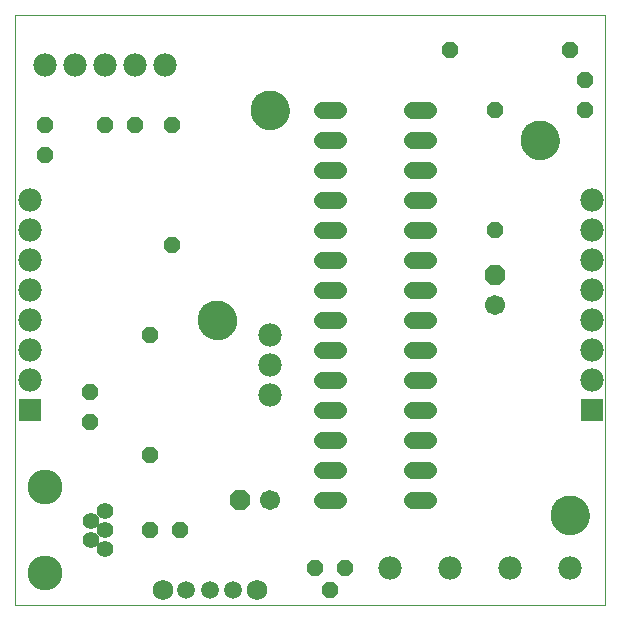
<source format=gts>
G75*
%MOIN*%
%OFA0B0*%
%FSLAX25Y25*%
%IPPOS*%
%LPD*%
%AMOC8*
5,1,8,0,0,1.08239X$1,22.5*
%
%ADD10C,0.00000*%
%ADD11C,0.12998*%
%ADD12C,0.06700*%
%ADD13OC8,0.06700*%
%ADD14OC8,0.05600*%
%ADD15C,0.07800*%
%ADD16R,0.07800X0.07800*%
%ADD17C,0.05550*%
%ADD18C,0.11620*%
%ADD19C,0.05600*%
%ADD20C,0.05943*%
%ADD21C,0.06896*%
D10*
X0006014Y0002200D02*
X0202864Y0002200D01*
X0202864Y0199050D01*
X0006014Y0199050D01*
X0006014Y0002200D01*
X0067215Y0097200D02*
X0067217Y0097358D01*
X0067223Y0097516D01*
X0067233Y0097674D01*
X0067247Y0097832D01*
X0067265Y0097989D01*
X0067286Y0098146D01*
X0067312Y0098302D01*
X0067342Y0098458D01*
X0067375Y0098613D01*
X0067413Y0098766D01*
X0067454Y0098919D01*
X0067499Y0099071D01*
X0067548Y0099222D01*
X0067601Y0099371D01*
X0067657Y0099519D01*
X0067717Y0099665D01*
X0067781Y0099810D01*
X0067849Y0099953D01*
X0067920Y0100095D01*
X0067994Y0100235D01*
X0068072Y0100372D01*
X0068154Y0100508D01*
X0068238Y0100642D01*
X0068327Y0100773D01*
X0068418Y0100902D01*
X0068513Y0101029D01*
X0068610Y0101154D01*
X0068711Y0101276D01*
X0068815Y0101395D01*
X0068922Y0101512D01*
X0069032Y0101626D01*
X0069145Y0101737D01*
X0069260Y0101846D01*
X0069378Y0101951D01*
X0069499Y0102053D01*
X0069622Y0102153D01*
X0069748Y0102249D01*
X0069876Y0102342D01*
X0070006Y0102432D01*
X0070139Y0102518D01*
X0070274Y0102602D01*
X0070410Y0102681D01*
X0070549Y0102758D01*
X0070690Y0102830D01*
X0070832Y0102900D01*
X0070976Y0102965D01*
X0071122Y0103027D01*
X0071269Y0103085D01*
X0071418Y0103140D01*
X0071568Y0103191D01*
X0071719Y0103238D01*
X0071871Y0103281D01*
X0072024Y0103320D01*
X0072179Y0103356D01*
X0072334Y0103387D01*
X0072490Y0103415D01*
X0072646Y0103439D01*
X0072803Y0103459D01*
X0072961Y0103475D01*
X0073118Y0103487D01*
X0073277Y0103495D01*
X0073435Y0103499D01*
X0073593Y0103499D01*
X0073751Y0103495D01*
X0073910Y0103487D01*
X0074067Y0103475D01*
X0074225Y0103459D01*
X0074382Y0103439D01*
X0074538Y0103415D01*
X0074694Y0103387D01*
X0074849Y0103356D01*
X0075004Y0103320D01*
X0075157Y0103281D01*
X0075309Y0103238D01*
X0075460Y0103191D01*
X0075610Y0103140D01*
X0075759Y0103085D01*
X0075906Y0103027D01*
X0076052Y0102965D01*
X0076196Y0102900D01*
X0076338Y0102830D01*
X0076479Y0102758D01*
X0076618Y0102681D01*
X0076754Y0102602D01*
X0076889Y0102518D01*
X0077022Y0102432D01*
X0077152Y0102342D01*
X0077280Y0102249D01*
X0077406Y0102153D01*
X0077529Y0102053D01*
X0077650Y0101951D01*
X0077768Y0101846D01*
X0077883Y0101737D01*
X0077996Y0101626D01*
X0078106Y0101512D01*
X0078213Y0101395D01*
X0078317Y0101276D01*
X0078418Y0101154D01*
X0078515Y0101029D01*
X0078610Y0100902D01*
X0078701Y0100773D01*
X0078790Y0100642D01*
X0078874Y0100508D01*
X0078956Y0100372D01*
X0079034Y0100235D01*
X0079108Y0100095D01*
X0079179Y0099953D01*
X0079247Y0099810D01*
X0079311Y0099665D01*
X0079371Y0099519D01*
X0079427Y0099371D01*
X0079480Y0099222D01*
X0079529Y0099071D01*
X0079574Y0098919D01*
X0079615Y0098766D01*
X0079653Y0098613D01*
X0079686Y0098458D01*
X0079716Y0098302D01*
X0079742Y0098146D01*
X0079763Y0097989D01*
X0079781Y0097832D01*
X0079795Y0097674D01*
X0079805Y0097516D01*
X0079811Y0097358D01*
X0079813Y0097200D01*
X0079811Y0097042D01*
X0079805Y0096884D01*
X0079795Y0096726D01*
X0079781Y0096568D01*
X0079763Y0096411D01*
X0079742Y0096254D01*
X0079716Y0096098D01*
X0079686Y0095942D01*
X0079653Y0095787D01*
X0079615Y0095634D01*
X0079574Y0095481D01*
X0079529Y0095329D01*
X0079480Y0095178D01*
X0079427Y0095029D01*
X0079371Y0094881D01*
X0079311Y0094735D01*
X0079247Y0094590D01*
X0079179Y0094447D01*
X0079108Y0094305D01*
X0079034Y0094165D01*
X0078956Y0094028D01*
X0078874Y0093892D01*
X0078790Y0093758D01*
X0078701Y0093627D01*
X0078610Y0093498D01*
X0078515Y0093371D01*
X0078418Y0093246D01*
X0078317Y0093124D01*
X0078213Y0093005D01*
X0078106Y0092888D01*
X0077996Y0092774D01*
X0077883Y0092663D01*
X0077768Y0092554D01*
X0077650Y0092449D01*
X0077529Y0092347D01*
X0077406Y0092247D01*
X0077280Y0092151D01*
X0077152Y0092058D01*
X0077022Y0091968D01*
X0076889Y0091882D01*
X0076754Y0091798D01*
X0076618Y0091719D01*
X0076479Y0091642D01*
X0076338Y0091570D01*
X0076196Y0091500D01*
X0076052Y0091435D01*
X0075906Y0091373D01*
X0075759Y0091315D01*
X0075610Y0091260D01*
X0075460Y0091209D01*
X0075309Y0091162D01*
X0075157Y0091119D01*
X0075004Y0091080D01*
X0074849Y0091044D01*
X0074694Y0091013D01*
X0074538Y0090985D01*
X0074382Y0090961D01*
X0074225Y0090941D01*
X0074067Y0090925D01*
X0073910Y0090913D01*
X0073751Y0090905D01*
X0073593Y0090901D01*
X0073435Y0090901D01*
X0073277Y0090905D01*
X0073118Y0090913D01*
X0072961Y0090925D01*
X0072803Y0090941D01*
X0072646Y0090961D01*
X0072490Y0090985D01*
X0072334Y0091013D01*
X0072179Y0091044D01*
X0072024Y0091080D01*
X0071871Y0091119D01*
X0071719Y0091162D01*
X0071568Y0091209D01*
X0071418Y0091260D01*
X0071269Y0091315D01*
X0071122Y0091373D01*
X0070976Y0091435D01*
X0070832Y0091500D01*
X0070690Y0091570D01*
X0070549Y0091642D01*
X0070410Y0091719D01*
X0070274Y0091798D01*
X0070139Y0091882D01*
X0070006Y0091968D01*
X0069876Y0092058D01*
X0069748Y0092151D01*
X0069622Y0092247D01*
X0069499Y0092347D01*
X0069378Y0092449D01*
X0069260Y0092554D01*
X0069145Y0092663D01*
X0069032Y0092774D01*
X0068922Y0092888D01*
X0068815Y0093005D01*
X0068711Y0093124D01*
X0068610Y0093246D01*
X0068513Y0093371D01*
X0068418Y0093498D01*
X0068327Y0093627D01*
X0068238Y0093758D01*
X0068154Y0093892D01*
X0068072Y0094028D01*
X0067994Y0094165D01*
X0067920Y0094305D01*
X0067849Y0094447D01*
X0067781Y0094590D01*
X0067717Y0094735D01*
X0067657Y0094881D01*
X0067601Y0095029D01*
X0067548Y0095178D01*
X0067499Y0095329D01*
X0067454Y0095481D01*
X0067413Y0095634D01*
X0067375Y0095787D01*
X0067342Y0095942D01*
X0067312Y0096098D01*
X0067286Y0096254D01*
X0067265Y0096411D01*
X0067247Y0096568D01*
X0067233Y0096726D01*
X0067223Y0096884D01*
X0067217Y0097042D01*
X0067215Y0097200D01*
X0084715Y0167200D02*
X0084717Y0167358D01*
X0084723Y0167516D01*
X0084733Y0167674D01*
X0084747Y0167832D01*
X0084765Y0167989D01*
X0084786Y0168146D01*
X0084812Y0168302D01*
X0084842Y0168458D01*
X0084875Y0168613D01*
X0084913Y0168766D01*
X0084954Y0168919D01*
X0084999Y0169071D01*
X0085048Y0169222D01*
X0085101Y0169371D01*
X0085157Y0169519D01*
X0085217Y0169665D01*
X0085281Y0169810D01*
X0085349Y0169953D01*
X0085420Y0170095D01*
X0085494Y0170235D01*
X0085572Y0170372D01*
X0085654Y0170508D01*
X0085738Y0170642D01*
X0085827Y0170773D01*
X0085918Y0170902D01*
X0086013Y0171029D01*
X0086110Y0171154D01*
X0086211Y0171276D01*
X0086315Y0171395D01*
X0086422Y0171512D01*
X0086532Y0171626D01*
X0086645Y0171737D01*
X0086760Y0171846D01*
X0086878Y0171951D01*
X0086999Y0172053D01*
X0087122Y0172153D01*
X0087248Y0172249D01*
X0087376Y0172342D01*
X0087506Y0172432D01*
X0087639Y0172518D01*
X0087774Y0172602D01*
X0087910Y0172681D01*
X0088049Y0172758D01*
X0088190Y0172830D01*
X0088332Y0172900D01*
X0088476Y0172965D01*
X0088622Y0173027D01*
X0088769Y0173085D01*
X0088918Y0173140D01*
X0089068Y0173191D01*
X0089219Y0173238D01*
X0089371Y0173281D01*
X0089524Y0173320D01*
X0089679Y0173356D01*
X0089834Y0173387D01*
X0089990Y0173415D01*
X0090146Y0173439D01*
X0090303Y0173459D01*
X0090461Y0173475D01*
X0090618Y0173487D01*
X0090777Y0173495D01*
X0090935Y0173499D01*
X0091093Y0173499D01*
X0091251Y0173495D01*
X0091410Y0173487D01*
X0091567Y0173475D01*
X0091725Y0173459D01*
X0091882Y0173439D01*
X0092038Y0173415D01*
X0092194Y0173387D01*
X0092349Y0173356D01*
X0092504Y0173320D01*
X0092657Y0173281D01*
X0092809Y0173238D01*
X0092960Y0173191D01*
X0093110Y0173140D01*
X0093259Y0173085D01*
X0093406Y0173027D01*
X0093552Y0172965D01*
X0093696Y0172900D01*
X0093838Y0172830D01*
X0093979Y0172758D01*
X0094118Y0172681D01*
X0094254Y0172602D01*
X0094389Y0172518D01*
X0094522Y0172432D01*
X0094652Y0172342D01*
X0094780Y0172249D01*
X0094906Y0172153D01*
X0095029Y0172053D01*
X0095150Y0171951D01*
X0095268Y0171846D01*
X0095383Y0171737D01*
X0095496Y0171626D01*
X0095606Y0171512D01*
X0095713Y0171395D01*
X0095817Y0171276D01*
X0095918Y0171154D01*
X0096015Y0171029D01*
X0096110Y0170902D01*
X0096201Y0170773D01*
X0096290Y0170642D01*
X0096374Y0170508D01*
X0096456Y0170372D01*
X0096534Y0170235D01*
X0096608Y0170095D01*
X0096679Y0169953D01*
X0096747Y0169810D01*
X0096811Y0169665D01*
X0096871Y0169519D01*
X0096927Y0169371D01*
X0096980Y0169222D01*
X0097029Y0169071D01*
X0097074Y0168919D01*
X0097115Y0168766D01*
X0097153Y0168613D01*
X0097186Y0168458D01*
X0097216Y0168302D01*
X0097242Y0168146D01*
X0097263Y0167989D01*
X0097281Y0167832D01*
X0097295Y0167674D01*
X0097305Y0167516D01*
X0097311Y0167358D01*
X0097313Y0167200D01*
X0097311Y0167042D01*
X0097305Y0166884D01*
X0097295Y0166726D01*
X0097281Y0166568D01*
X0097263Y0166411D01*
X0097242Y0166254D01*
X0097216Y0166098D01*
X0097186Y0165942D01*
X0097153Y0165787D01*
X0097115Y0165634D01*
X0097074Y0165481D01*
X0097029Y0165329D01*
X0096980Y0165178D01*
X0096927Y0165029D01*
X0096871Y0164881D01*
X0096811Y0164735D01*
X0096747Y0164590D01*
X0096679Y0164447D01*
X0096608Y0164305D01*
X0096534Y0164165D01*
X0096456Y0164028D01*
X0096374Y0163892D01*
X0096290Y0163758D01*
X0096201Y0163627D01*
X0096110Y0163498D01*
X0096015Y0163371D01*
X0095918Y0163246D01*
X0095817Y0163124D01*
X0095713Y0163005D01*
X0095606Y0162888D01*
X0095496Y0162774D01*
X0095383Y0162663D01*
X0095268Y0162554D01*
X0095150Y0162449D01*
X0095029Y0162347D01*
X0094906Y0162247D01*
X0094780Y0162151D01*
X0094652Y0162058D01*
X0094522Y0161968D01*
X0094389Y0161882D01*
X0094254Y0161798D01*
X0094118Y0161719D01*
X0093979Y0161642D01*
X0093838Y0161570D01*
X0093696Y0161500D01*
X0093552Y0161435D01*
X0093406Y0161373D01*
X0093259Y0161315D01*
X0093110Y0161260D01*
X0092960Y0161209D01*
X0092809Y0161162D01*
X0092657Y0161119D01*
X0092504Y0161080D01*
X0092349Y0161044D01*
X0092194Y0161013D01*
X0092038Y0160985D01*
X0091882Y0160961D01*
X0091725Y0160941D01*
X0091567Y0160925D01*
X0091410Y0160913D01*
X0091251Y0160905D01*
X0091093Y0160901D01*
X0090935Y0160901D01*
X0090777Y0160905D01*
X0090618Y0160913D01*
X0090461Y0160925D01*
X0090303Y0160941D01*
X0090146Y0160961D01*
X0089990Y0160985D01*
X0089834Y0161013D01*
X0089679Y0161044D01*
X0089524Y0161080D01*
X0089371Y0161119D01*
X0089219Y0161162D01*
X0089068Y0161209D01*
X0088918Y0161260D01*
X0088769Y0161315D01*
X0088622Y0161373D01*
X0088476Y0161435D01*
X0088332Y0161500D01*
X0088190Y0161570D01*
X0088049Y0161642D01*
X0087910Y0161719D01*
X0087774Y0161798D01*
X0087639Y0161882D01*
X0087506Y0161968D01*
X0087376Y0162058D01*
X0087248Y0162151D01*
X0087122Y0162247D01*
X0086999Y0162347D01*
X0086878Y0162449D01*
X0086760Y0162554D01*
X0086645Y0162663D01*
X0086532Y0162774D01*
X0086422Y0162888D01*
X0086315Y0163005D01*
X0086211Y0163124D01*
X0086110Y0163246D01*
X0086013Y0163371D01*
X0085918Y0163498D01*
X0085827Y0163627D01*
X0085738Y0163758D01*
X0085654Y0163892D01*
X0085572Y0164028D01*
X0085494Y0164165D01*
X0085420Y0164305D01*
X0085349Y0164447D01*
X0085281Y0164590D01*
X0085217Y0164735D01*
X0085157Y0164881D01*
X0085101Y0165029D01*
X0085048Y0165178D01*
X0084999Y0165329D01*
X0084954Y0165481D01*
X0084913Y0165634D01*
X0084875Y0165787D01*
X0084842Y0165942D01*
X0084812Y0166098D01*
X0084786Y0166254D01*
X0084765Y0166411D01*
X0084747Y0166568D01*
X0084733Y0166726D01*
X0084723Y0166884D01*
X0084717Y0167042D01*
X0084715Y0167200D01*
X0174715Y0157200D02*
X0174717Y0157358D01*
X0174723Y0157516D01*
X0174733Y0157674D01*
X0174747Y0157832D01*
X0174765Y0157989D01*
X0174786Y0158146D01*
X0174812Y0158302D01*
X0174842Y0158458D01*
X0174875Y0158613D01*
X0174913Y0158766D01*
X0174954Y0158919D01*
X0174999Y0159071D01*
X0175048Y0159222D01*
X0175101Y0159371D01*
X0175157Y0159519D01*
X0175217Y0159665D01*
X0175281Y0159810D01*
X0175349Y0159953D01*
X0175420Y0160095D01*
X0175494Y0160235D01*
X0175572Y0160372D01*
X0175654Y0160508D01*
X0175738Y0160642D01*
X0175827Y0160773D01*
X0175918Y0160902D01*
X0176013Y0161029D01*
X0176110Y0161154D01*
X0176211Y0161276D01*
X0176315Y0161395D01*
X0176422Y0161512D01*
X0176532Y0161626D01*
X0176645Y0161737D01*
X0176760Y0161846D01*
X0176878Y0161951D01*
X0176999Y0162053D01*
X0177122Y0162153D01*
X0177248Y0162249D01*
X0177376Y0162342D01*
X0177506Y0162432D01*
X0177639Y0162518D01*
X0177774Y0162602D01*
X0177910Y0162681D01*
X0178049Y0162758D01*
X0178190Y0162830D01*
X0178332Y0162900D01*
X0178476Y0162965D01*
X0178622Y0163027D01*
X0178769Y0163085D01*
X0178918Y0163140D01*
X0179068Y0163191D01*
X0179219Y0163238D01*
X0179371Y0163281D01*
X0179524Y0163320D01*
X0179679Y0163356D01*
X0179834Y0163387D01*
X0179990Y0163415D01*
X0180146Y0163439D01*
X0180303Y0163459D01*
X0180461Y0163475D01*
X0180618Y0163487D01*
X0180777Y0163495D01*
X0180935Y0163499D01*
X0181093Y0163499D01*
X0181251Y0163495D01*
X0181410Y0163487D01*
X0181567Y0163475D01*
X0181725Y0163459D01*
X0181882Y0163439D01*
X0182038Y0163415D01*
X0182194Y0163387D01*
X0182349Y0163356D01*
X0182504Y0163320D01*
X0182657Y0163281D01*
X0182809Y0163238D01*
X0182960Y0163191D01*
X0183110Y0163140D01*
X0183259Y0163085D01*
X0183406Y0163027D01*
X0183552Y0162965D01*
X0183696Y0162900D01*
X0183838Y0162830D01*
X0183979Y0162758D01*
X0184118Y0162681D01*
X0184254Y0162602D01*
X0184389Y0162518D01*
X0184522Y0162432D01*
X0184652Y0162342D01*
X0184780Y0162249D01*
X0184906Y0162153D01*
X0185029Y0162053D01*
X0185150Y0161951D01*
X0185268Y0161846D01*
X0185383Y0161737D01*
X0185496Y0161626D01*
X0185606Y0161512D01*
X0185713Y0161395D01*
X0185817Y0161276D01*
X0185918Y0161154D01*
X0186015Y0161029D01*
X0186110Y0160902D01*
X0186201Y0160773D01*
X0186290Y0160642D01*
X0186374Y0160508D01*
X0186456Y0160372D01*
X0186534Y0160235D01*
X0186608Y0160095D01*
X0186679Y0159953D01*
X0186747Y0159810D01*
X0186811Y0159665D01*
X0186871Y0159519D01*
X0186927Y0159371D01*
X0186980Y0159222D01*
X0187029Y0159071D01*
X0187074Y0158919D01*
X0187115Y0158766D01*
X0187153Y0158613D01*
X0187186Y0158458D01*
X0187216Y0158302D01*
X0187242Y0158146D01*
X0187263Y0157989D01*
X0187281Y0157832D01*
X0187295Y0157674D01*
X0187305Y0157516D01*
X0187311Y0157358D01*
X0187313Y0157200D01*
X0187311Y0157042D01*
X0187305Y0156884D01*
X0187295Y0156726D01*
X0187281Y0156568D01*
X0187263Y0156411D01*
X0187242Y0156254D01*
X0187216Y0156098D01*
X0187186Y0155942D01*
X0187153Y0155787D01*
X0187115Y0155634D01*
X0187074Y0155481D01*
X0187029Y0155329D01*
X0186980Y0155178D01*
X0186927Y0155029D01*
X0186871Y0154881D01*
X0186811Y0154735D01*
X0186747Y0154590D01*
X0186679Y0154447D01*
X0186608Y0154305D01*
X0186534Y0154165D01*
X0186456Y0154028D01*
X0186374Y0153892D01*
X0186290Y0153758D01*
X0186201Y0153627D01*
X0186110Y0153498D01*
X0186015Y0153371D01*
X0185918Y0153246D01*
X0185817Y0153124D01*
X0185713Y0153005D01*
X0185606Y0152888D01*
X0185496Y0152774D01*
X0185383Y0152663D01*
X0185268Y0152554D01*
X0185150Y0152449D01*
X0185029Y0152347D01*
X0184906Y0152247D01*
X0184780Y0152151D01*
X0184652Y0152058D01*
X0184522Y0151968D01*
X0184389Y0151882D01*
X0184254Y0151798D01*
X0184118Y0151719D01*
X0183979Y0151642D01*
X0183838Y0151570D01*
X0183696Y0151500D01*
X0183552Y0151435D01*
X0183406Y0151373D01*
X0183259Y0151315D01*
X0183110Y0151260D01*
X0182960Y0151209D01*
X0182809Y0151162D01*
X0182657Y0151119D01*
X0182504Y0151080D01*
X0182349Y0151044D01*
X0182194Y0151013D01*
X0182038Y0150985D01*
X0181882Y0150961D01*
X0181725Y0150941D01*
X0181567Y0150925D01*
X0181410Y0150913D01*
X0181251Y0150905D01*
X0181093Y0150901D01*
X0180935Y0150901D01*
X0180777Y0150905D01*
X0180618Y0150913D01*
X0180461Y0150925D01*
X0180303Y0150941D01*
X0180146Y0150961D01*
X0179990Y0150985D01*
X0179834Y0151013D01*
X0179679Y0151044D01*
X0179524Y0151080D01*
X0179371Y0151119D01*
X0179219Y0151162D01*
X0179068Y0151209D01*
X0178918Y0151260D01*
X0178769Y0151315D01*
X0178622Y0151373D01*
X0178476Y0151435D01*
X0178332Y0151500D01*
X0178190Y0151570D01*
X0178049Y0151642D01*
X0177910Y0151719D01*
X0177774Y0151798D01*
X0177639Y0151882D01*
X0177506Y0151968D01*
X0177376Y0152058D01*
X0177248Y0152151D01*
X0177122Y0152247D01*
X0176999Y0152347D01*
X0176878Y0152449D01*
X0176760Y0152554D01*
X0176645Y0152663D01*
X0176532Y0152774D01*
X0176422Y0152888D01*
X0176315Y0153005D01*
X0176211Y0153124D01*
X0176110Y0153246D01*
X0176013Y0153371D01*
X0175918Y0153498D01*
X0175827Y0153627D01*
X0175738Y0153758D01*
X0175654Y0153892D01*
X0175572Y0154028D01*
X0175494Y0154165D01*
X0175420Y0154305D01*
X0175349Y0154447D01*
X0175281Y0154590D01*
X0175217Y0154735D01*
X0175157Y0154881D01*
X0175101Y0155029D01*
X0175048Y0155178D01*
X0174999Y0155329D01*
X0174954Y0155481D01*
X0174913Y0155634D01*
X0174875Y0155787D01*
X0174842Y0155942D01*
X0174812Y0156098D01*
X0174786Y0156254D01*
X0174765Y0156411D01*
X0174747Y0156568D01*
X0174733Y0156726D01*
X0174723Y0156884D01*
X0174717Y0157042D01*
X0174715Y0157200D01*
X0184715Y0032200D02*
X0184717Y0032358D01*
X0184723Y0032516D01*
X0184733Y0032674D01*
X0184747Y0032832D01*
X0184765Y0032989D01*
X0184786Y0033146D01*
X0184812Y0033302D01*
X0184842Y0033458D01*
X0184875Y0033613D01*
X0184913Y0033766D01*
X0184954Y0033919D01*
X0184999Y0034071D01*
X0185048Y0034222D01*
X0185101Y0034371D01*
X0185157Y0034519D01*
X0185217Y0034665D01*
X0185281Y0034810D01*
X0185349Y0034953D01*
X0185420Y0035095D01*
X0185494Y0035235D01*
X0185572Y0035372D01*
X0185654Y0035508D01*
X0185738Y0035642D01*
X0185827Y0035773D01*
X0185918Y0035902D01*
X0186013Y0036029D01*
X0186110Y0036154D01*
X0186211Y0036276D01*
X0186315Y0036395D01*
X0186422Y0036512D01*
X0186532Y0036626D01*
X0186645Y0036737D01*
X0186760Y0036846D01*
X0186878Y0036951D01*
X0186999Y0037053D01*
X0187122Y0037153D01*
X0187248Y0037249D01*
X0187376Y0037342D01*
X0187506Y0037432D01*
X0187639Y0037518D01*
X0187774Y0037602D01*
X0187910Y0037681D01*
X0188049Y0037758D01*
X0188190Y0037830D01*
X0188332Y0037900D01*
X0188476Y0037965D01*
X0188622Y0038027D01*
X0188769Y0038085D01*
X0188918Y0038140D01*
X0189068Y0038191D01*
X0189219Y0038238D01*
X0189371Y0038281D01*
X0189524Y0038320D01*
X0189679Y0038356D01*
X0189834Y0038387D01*
X0189990Y0038415D01*
X0190146Y0038439D01*
X0190303Y0038459D01*
X0190461Y0038475D01*
X0190618Y0038487D01*
X0190777Y0038495D01*
X0190935Y0038499D01*
X0191093Y0038499D01*
X0191251Y0038495D01*
X0191410Y0038487D01*
X0191567Y0038475D01*
X0191725Y0038459D01*
X0191882Y0038439D01*
X0192038Y0038415D01*
X0192194Y0038387D01*
X0192349Y0038356D01*
X0192504Y0038320D01*
X0192657Y0038281D01*
X0192809Y0038238D01*
X0192960Y0038191D01*
X0193110Y0038140D01*
X0193259Y0038085D01*
X0193406Y0038027D01*
X0193552Y0037965D01*
X0193696Y0037900D01*
X0193838Y0037830D01*
X0193979Y0037758D01*
X0194118Y0037681D01*
X0194254Y0037602D01*
X0194389Y0037518D01*
X0194522Y0037432D01*
X0194652Y0037342D01*
X0194780Y0037249D01*
X0194906Y0037153D01*
X0195029Y0037053D01*
X0195150Y0036951D01*
X0195268Y0036846D01*
X0195383Y0036737D01*
X0195496Y0036626D01*
X0195606Y0036512D01*
X0195713Y0036395D01*
X0195817Y0036276D01*
X0195918Y0036154D01*
X0196015Y0036029D01*
X0196110Y0035902D01*
X0196201Y0035773D01*
X0196290Y0035642D01*
X0196374Y0035508D01*
X0196456Y0035372D01*
X0196534Y0035235D01*
X0196608Y0035095D01*
X0196679Y0034953D01*
X0196747Y0034810D01*
X0196811Y0034665D01*
X0196871Y0034519D01*
X0196927Y0034371D01*
X0196980Y0034222D01*
X0197029Y0034071D01*
X0197074Y0033919D01*
X0197115Y0033766D01*
X0197153Y0033613D01*
X0197186Y0033458D01*
X0197216Y0033302D01*
X0197242Y0033146D01*
X0197263Y0032989D01*
X0197281Y0032832D01*
X0197295Y0032674D01*
X0197305Y0032516D01*
X0197311Y0032358D01*
X0197313Y0032200D01*
X0197311Y0032042D01*
X0197305Y0031884D01*
X0197295Y0031726D01*
X0197281Y0031568D01*
X0197263Y0031411D01*
X0197242Y0031254D01*
X0197216Y0031098D01*
X0197186Y0030942D01*
X0197153Y0030787D01*
X0197115Y0030634D01*
X0197074Y0030481D01*
X0197029Y0030329D01*
X0196980Y0030178D01*
X0196927Y0030029D01*
X0196871Y0029881D01*
X0196811Y0029735D01*
X0196747Y0029590D01*
X0196679Y0029447D01*
X0196608Y0029305D01*
X0196534Y0029165D01*
X0196456Y0029028D01*
X0196374Y0028892D01*
X0196290Y0028758D01*
X0196201Y0028627D01*
X0196110Y0028498D01*
X0196015Y0028371D01*
X0195918Y0028246D01*
X0195817Y0028124D01*
X0195713Y0028005D01*
X0195606Y0027888D01*
X0195496Y0027774D01*
X0195383Y0027663D01*
X0195268Y0027554D01*
X0195150Y0027449D01*
X0195029Y0027347D01*
X0194906Y0027247D01*
X0194780Y0027151D01*
X0194652Y0027058D01*
X0194522Y0026968D01*
X0194389Y0026882D01*
X0194254Y0026798D01*
X0194118Y0026719D01*
X0193979Y0026642D01*
X0193838Y0026570D01*
X0193696Y0026500D01*
X0193552Y0026435D01*
X0193406Y0026373D01*
X0193259Y0026315D01*
X0193110Y0026260D01*
X0192960Y0026209D01*
X0192809Y0026162D01*
X0192657Y0026119D01*
X0192504Y0026080D01*
X0192349Y0026044D01*
X0192194Y0026013D01*
X0192038Y0025985D01*
X0191882Y0025961D01*
X0191725Y0025941D01*
X0191567Y0025925D01*
X0191410Y0025913D01*
X0191251Y0025905D01*
X0191093Y0025901D01*
X0190935Y0025901D01*
X0190777Y0025905D01*
X0190618Y0025913D01*
X0190461Y0025925D01*
X0190303Y0025941D01*
X0190146Y0025961D01*
X0189990Y0025985D01*
X0189834Y0026013D01*
X0189679Y0026044D01*
X0189524Y0026080D01*
X0189371Y0026119D01*
X0189219Y0026162D01*
X0189068Y0026209D01*
X0188918Y0026260D01*
X0188769Y0026315D01*
X0188622Y0026373D01*
X0188476Y0026435D01*
X0188332Y0026500D01*
X0188190Y0026570D01*
X0188049Y0026642D01*
X0187910Y0026719D01*
X0187774Y0026798D01*
X0187639Y0026882D01*
X0187506Y0026968D01*
X0187376Y0027058D01*
X0187248Y0027151D01*
X0187122Y0027247D01*
X0186999Y0027347D01*
X0186878Y0027449D01*
X0186760Y0027554D01*
X0186645Y0027663D01*
X0186532Y0027774D01*
X0186422Y0027888D01*
X0186315Y0028005D01*
X0186211Y0028124D01*
X0186110Y0028246D01*
X0186013Y0028371D01*
X0185918Y0028498D01*
X0185827Y0028627D01*
X0185738Y0028758D01*
X0185654Y0028892D01*
X0185572Y0029028D01*
X0185494Y0029165D01*
X0185420Y0029305D01*
X0185349Y0029447D01*
X0185281Y0029590D01*
X0185217Y0029735D01*
X0185157Y0029881D01*
X0185101Y0030029D01*
X0185048Y0030178D01*
X0184999Y0030329D01*
X0184954Y0030481D01*
X0184913Y0030634D01*
X0184875Y0030787D01*
X0184842Y0030942D01*
X0184812Y0031098D01*
X0184786Y0031254D01*
X0184765Y0031411D01*
X0184747Y0031568D01*
X0184733Y0031726D01*
X0184723Y0031884D01*
X0184717Y0032042D01*
X0184715Y0032200D01*
D11*
X0191014Y0032200D03*
X0073514Y0097200D03*
X0091014Y0167200D03*
X0181014Y0157200D03*
D12*
X0166014Y0102200D03*
X0091014Y0037200D03*
D13*
X0081014Y0037200D03*
X0166014Y0112200D03*
D14*
X0166014Y0127200D03*
X0166014Y0167200D03*
X0151014Y0187200D03*
X0191014Y0187200D03*
X0196014Y0177200D03*
X0196014Y0167200D03*
X0058514Y0162200D03*
X0046014Y0162200D03*
X0036014Y0162200D03*
X0016014Y0162200D03*
X0016014Y0152200D03*
X0058514Y0122200D03*
X0051014Y0092200D03*
X0031014Y0073263D03*
X0031014Y0063263D03*
X0051014Y0052200D03*
X0051014Y0027200D03*
X0061014Y0027200D03*
X0106014Y0014700D03*
X0111014Y0007200D03*
X0116014Y0014700D03*
D15*
X0131014Y0014700D03*
X0151014Y0014700D03*
X0171014Y0014700D03*
X0191014Y0014700D03*
X0198514Y0077200D03*
X0198514Y0087200D03*
X0198514Y0097200D03*
X0198514Y0107200D03*
X0198514Y0117200D03*
X0198514Y0127200D03*
X0198514Y0137200D03*
X0091014Y0092200D03*
X0091014Y0082200D03*
X0091014Y0072200D03*
X0011014Y0077200D03*
X0011014Y0087200D03*
X0011014Y0097200D03*
X0011014Y0107200D03*
X0011014Y0117200D03*
X0011014Y0127200D03*
X0011014Y0137200D03*
X0016014Y0182200D03*
X0026014Y0182200D03*
X0036014Y0182200D03*
X0046014Y0182200D03*
X0056014Y0182200D03*
D16*
X0011014Y0067200D03*
X0198514Y0067200D03*
D17*
X0036093Y0033499D03*
X0031368Y0030350D03*
X0036093Y0027200D03*
X0031368Y0024050D03*
X0036093Y0020901D03*
D18*
X0016014Y0012830D03*
X0016014Y0041570D03*
D19*
X0108414Y0037200D02*
X0113614Y0037200D01*
X0113614Y0047200D02*
X0108414Y0047200D01*
X0108414Y0057200D02*
X0113614Y0057200D01*
X0113614Y0067200D02*
X0108414Y0067200D01*
X0108414Y0077200D02*
X0113614Y0077200D01*
X0113614Y0087200D02*
X0108414Y0087200D01*
X0108414Y0097200D02*
X0113614Y0097200D01*
X0113614Y0107200D02*
X0108414Y0107200D01*
X0108414Y0117200D02*
X0113614Y0117200D01*
X0113614Y0127200D02*
X0108414Y0127200D01*
X0108414Y0137200D02*
X0113614Y0137200D01*
X0113614Y0147200D02*
X0108414Y0147200D01*
X0108414Y0157200D02*
X0113614Y0157200D01*
X0113614Y0167200D02*
X0108414Y0167200D01*
X0138414Y0167200D02*
X0143614Y0167200D01*
X0143614Y0157200D02*
X0138414Y0157200D01*
X0138414Y0147200D02*
X0143614Y0147200D01*
X0143614Y0137200D02*
X0138414Y0137200D01*
X0138414Y0127200D02*
X0143614Y0127200D01*
X0143614Y0117200D02*
X0138414Y0117200D01*
X0138414Y0107200D02*
X0143614Y0107200D01*
X0143614Y0097200D02*
X0138414Y0097200D01*
X0138414Y0087200D02*
X0143614Y0087200D01*
X0143614Y0077200D02*
X0138414Y0077200D01*
X0138414Y0067200D02*
X0143614Y0067200D01*
X0143614Y0057200D02*
X0138414Y0057200D01*
X0138414Y0047200D02*
X0143614Y0047200D01*
X0143614Y0037200D02*
X0138414Y0037200D01*
D20*
X0078888Y0007200D03*
X0071014Y0007200D03*
X0063140Y0007200D03*
D21*
X0055266Y0007200D03*
X0086762Y0007200D03*
M02*

</source>
